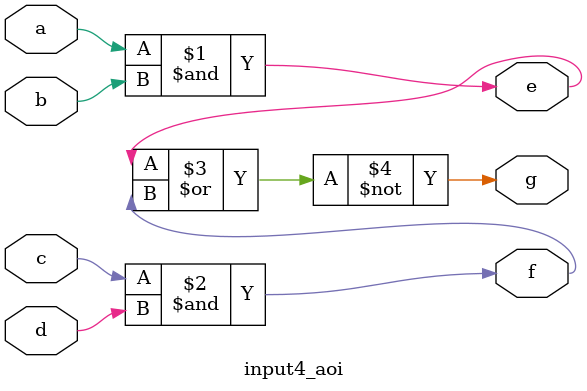
<source format=v>
`timescale 1ns / 1ps


module input4_aoi(

input a,b,c,d,
output e,f,g
    );
    
    assign e = a&b;
    assign f = c&d;
    assign g = ~(e|f);
    
endmodule
</source>
